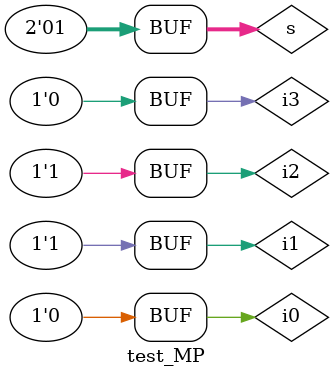
<source format=v>
module test_MP;
	wire out;
	reg [1:0] s;
	reg i0,i1,i2,i3;
	
	mlt DUT(out,i0,i1,i2,i3,s);
	
	initial
	begin 
		$dumpfile("test_circuit.vcd");
		$dumpvars(0,test_MP);
		$monitor("At t=%t i0=%b i1=%b i2=%b i3=%b s=%b out=%b",$time,i0,i1,i2,i3,s,out);
		i0=0;
		i1=1;
		i2=1;
		i3=0;
		s=1;
		#10 s=2;
		#10 s=0;
		#10 s=3;
		#10 s=1;
		#10 ;
	end
endmodule

</source>
